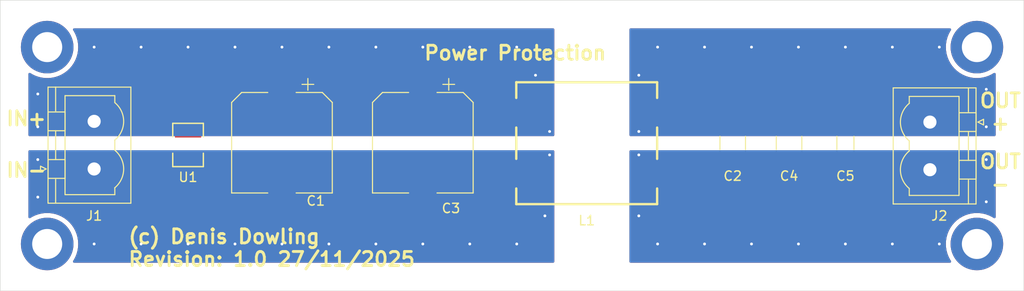
<source format=kicad_pcb>
(kicad_pcb (version 20240108) (generator "pcbnew") (generator_version "8.0")
  (layers (0 "F.Cu" signal) (31 "B.Cu" signal) (34 "B.Paste" user) (35 "F.Paste" user) (36 "B.SilkS" user "B.Silkscreen") (37 "F.SilkS" user "F.Silkscreen") (38 "B.Mask" user) (39 "F.Mask" user) (44 "Edge.Cuts" user))
  (net 0 "")
  (net 1 "Net-(J1-Pin_2)")
  (net 2 "Net-(J1-Pin_1)")
  (net 3 "Net-(J2-Pin_1)")
  (net 4 "Net-(J2-Pin_2)")
  (footprint "Capacitor_SMD:C_1210_3225Metric" (layer "F.Cu") (at 134 65.225 -90)
    (property "Reference" "C4" (at 3.525 0 180) (layer "F.SilkS"))
    (property "Value" "10uF/100VW" (hide yes))
    (fp_line (start -0.711252 1.36) (end 0.711252 1.36) (stroke (width 0.12)) (layer "F.SilkS"))
    (fp_line (start -0.711252 -1.36) (end 0.711252 -1.36) (stroke (width 0.12)) (layer "F.SilkS"))
    (pad "1" smd roundrect (at -1.475 0 270) (size 1.15 2.7) (layers "F.Cu" "F.Paste" "F.Mask") (roundrect_rratio 0.217391) (net 3 "Net-(J2-Pin_1)"))
    (pad "2" smd roundrect (at 1.475 0 270) (size 1.15 2.7) (layers "F.Cu" "F.Paste" "F.Mask") (roundrect_rratio 0.217391) (net 4 "Net-(J2-Pin_2)"))
  )
  (footprint "Capacitor_SMD:CP_Elec_10x10.5" (layer "F.Cu") (at 80 65.2 -90)
    (property "Reference" "C1" (at 6.2 -3.6 180) (layer "F.SilkS"))
    (property "Value" "56uF/80VW" (hide yes))
    (fp_line (start -4.295563 5.36) (end 5.36 5.36) (stroke (width 0.12)) (layer "F.SilkS"))
    (fp_line (start 5.36 5.36) (end 5.36 1.51) (stroke (width 0.12)) (layer "F.SilkS"))
    (fp_line (start -5.36 4.295563) (end -4.295563 5.36) (stroke (width 0.12)) (layer "F.SilkS"))
    (fp_line (start -5.36 4.295563) (end -5.36 1.51) (stroke (width 0.12)) (layer "F.SilkS"))
    (fp_line (start -6.85 -2.76) (end -5.6 -2.76) (stroke (width 0.12)) (layer "F.SilkS"))
    (fp_line (start -6.225 -3.385) (end -6.225 -2.135) (stroke (width 0.12)) (layer "F.SilkS"))
    (fp_line (start -5.36 -4.295563) (end -5.36 -1.51) (stroke (width 0.12)) (layer "F.SilkS"))
    (fp_line (start -5.36 -4.295563) (end -4.295563 -5.36) (stroke (width 0.12)) (layer "F.SilkS"))
    (fp_line (start -4.295563 -5.36) (end 5.36 -5.36) (stroke (width 0.12)) (layer "F.SilkS"))
    (fp_line (start 5.36 -5.36) (end 5.36 -1.51) (stroke (width 0.12)) (layer "F.SilkS"))
    (pad "1" smd roundrect (at -4.2 0 270) (size 4.4 2.5) (layers "F.Cu" "F.Paste" "F.Mask") (roundrect_rratio 0.1) (net 1 "Net-(J1-Pin_2)"))
    (pad "2" smd roundrect (at 4.2 0 270) (size 4.4 2.5) (layers "F.Cu" "F.Paste" "F.Mask") (roundrect_rratio 0.1) (net 2 "Net-(J1-Pin_1)"))
  )
  (footprint "MountingHole:MountingHole_3.2mm_M3_DIN965_Pad" (layer "F.Cu") (at 154 76)
    (property "Reference" "H4" (hide yes))
    (property "Value" "MountingHole" (hide yes))
    (pad "1" thru_hole circle (at 0 0) (size 5.6 5.6) (drill 3.2) (layers "*.Cu" "*.Mask"))
  )
  (footprint "Capacitor_SMD:C_1206_3216Metric" (layer "F.Cu") (at 140 65.225 -90)
    (property "Reference" "C5" (at 3.525 0 180) (layer "F.SilkS"))
    (property "Value" "100nF/100VW" (hide yes))
    (fp_line (start -0.711252 0.91) (end 0.711252 0.91) (stroke (width 0.12)) (layer "F.SilkS"))
    (fp_line (start -0.711252 -0.91) (end 0.711252 -0.91) (stroke (width 0.12)) (layer "F.SilkS"))
    (pad "1" smd roundrect (at -1.475 0 270) (size 1.15 1.8) (layers "F.Cu" "F.Paste" "F.Mask") (roundrect_rratio 0.217391) (net 3 "Net-(J2-Pin_1)"))
    (pad "2" smd roundrect (at 1.475 0 270) (size 1.15 1.8) (layers "F.Cu" "F.Paste" "F.Mask") (roundrect_rratio 0.217391) (net 4 "Net-(J2-Pin_2)"))
  )
  (footprint "Capacitor_SMD:CP_Elec_10x10.5" (layer "F.Cu") (at 95 65.2 -90)
    (property "Reference" "C3" (at 7 -3 180) (layer "F.SilkS"))
    (property "Value" "56uF/80VW" (hide yes))
    (fp_line (start -4.295563 5.36) (end 5.36 5.36) (stroke (width 0.12)) (layer "F.SilkS"))
    (fp_line (start 5.36 5.36) (end 5.36 1.51) (stroke (width 0.12)) (layer "F.SilkS"))
    (fp_line (start -5.36 4.295563) (end -4.295563 5.36) (stroke (width 0.12)) (layer "F.SilkS"))
    (fp_line (start -5.36 4.295563) (end -5.36 1.51) (stroke (width 0.12)) (layer "F.SilkS"))
    (fp_line (start -6.85 -2.76) (end -5.6 -2.76) (stroke (width 0.12)) (layer "F.SilkS"))
    (fp_line (start -6.225 -3.385) (end -6.225 -2.135) (stroke (width 0.12)) (layer "F.SilkS"))
    (fp_line (start -5.36 -4.295563) (end -5.36 -1.51) (stroke (width 0.12)) (layer "F.SilkS"))
    (fp_line (start -5.36 -4.295563) (end -4.295563 -5.36) (stroke (width 0.12)) (layer "F.SilkS"))
    (fp_line (start -4.295563 -5.36) (end 5.36 -5.36) (stroke (width 0.12)) (layer "F.SilkS"))
    (fp_line (start 5.36 -5.36) (end 5.36 -1.51) (stroke (width 0.12)) (layer "F.SilkS"))
    (pad "1" smd roundrect (at -4.2 0 270) (size 4.4 2.5) (layers "F.Cu" "F.Paste" "F.Mask") (roundrect_rratio 0.1) (net 1 "Net-(J1-Pin_2)"))
    (pad "2" smd roundrect (at 4.2 0 270) (size 4.4 2.5) (layers "F.Cu" "F.Paste" "F.Mask") (roundrect_rratio 0.1) (net 2 "Net-(J1-Pin_1)"))
  )
  (footprint "protection:R1210" (layer "F.Cu") (at 70 65.44 90)
    (property "Reference" "U1" (at -3.44 0 180) (layer "F.SilkS"))
    (property "Value" "RL1210A390K" (hide yes))
    (fp_line (start 2.31 -1.63) (end 0.88 -1.63) (stroke (width 0.15)) (layer "F.SilkS"))
    (fp_line (start -2.31 -1.63) (end -0.88 -1.63) (stroke (width 0.15)) (layer "F.SilkS"))
    (fp_line (start 2.31 1.63) (end 2.31 -1.63) (stroke (width 0.15)) (layer "F.SilkS"))
    (fp_line (start 0.88 1.63) (end 2.31 1.63) (stroke (width 0.15)) (layer "F.SilkS"))
    (fp_line (start -0.88 1.63) (end -2.31 1.63) (stroke (width 0.15)) (layer "F.SilkS"))
    (fp_line (start -2.31 1.63) (end -2.31 -1.63) (stroke (width 0.15)) (layer "F.SilkS"))
    (pad "1" smd rect (at -1.44 0 90) (size 1.28 2.81) (layers "F.Cu" "F.Paste" "F.Mask") (net 2 "Net-(J1-Pin_1)"))
    (pad "2" smd rect (at 1.44 0 90) (size 1.28 2.81) (layers "F.Cu" "F.Paste" "F.Mask") (net 1 "Net-(J1-Pin_2)"))
  )
  (footprint "Connector_Phoenix_MSTB:PhoenixContact_MSTBVA_2,5_2-G-5,08_1x02_P5.08mm_Vertical" (layer "F.Cu") (at 149 63 -90)
    (property "Reference" "J2" (at 10 -1 180) (layer "F.SilkS"))
    (property "Value" "Conn_01x02" (hide yes))
    (fp_line (start -3.65 3.91) (end 8.73 3.91) (stroke (width 0.12)) (layer "F.SilkS"))
    (fp_line (start 8.73 3.91) (end 8.73 -4.91) (stroke (width 0.12)) (layer "F.SilkS"))
    (fp_line (start -2.74 2.2) (end -2.74 -3.1) (stroke (width 0.12)) (layer "F.SilkS"))
    (fp_line (start -2 2.2) (end -2.74 2.2) (stroke (width 0.12)) (layer "F.SilkS"))
    (fp_line (start 2 2.2) (end 3.08 2.2) (stroke (width 0.12)) (layer "F.SilkS"))
    (fp_line (start 7.82 2.2) (end 7.08 2.2) (stroke (width 0.12)) (layer "F.SilkS"))
    (fp_line (start -2.74 -3.1) (end 7.82 -3.1) (stroke (width 0.12)) (layer "F.SilkS"))
    (fp_line (start -1 -3.1) (end -1 -4.91) (stroke (width 0.12)) (layer "F.SilkS"))
    (fp_line (start 1 -3.1) (end -1 -3.1) (stroke (width 0.12)) (layer "F.SilkS"))
    (fp_line (start 4.08 -3.1) (end 4.08 -4.91) (stroke (width 0.12)) (layer "F.SilkS"))
    (fp_line (start 6.08 -3.1) (end 4.08 -3.1) (stroke (width 0.12)) (layer "F.SilkS"))
    (fp_line (start 7.82 -3.1) (end 7.82 2.2) (stroke (width 0.12)) (layer "F.SilkS"))
    (fp_line (start -3.65 -4.1) (end -1.11 -4.1) (stroke (width 0.12)) (layer "F.SilkS"))
    (fp_line (start 1 -4.1) (end 4.08 -4.1) (stroke (width 0.12)) (layer "F.SilkS"))
    (fp_line (start 8.73 -4.1) (end 6.19 -4.1) (stroke (width 0.12)) (layer "F.SilkS"))
    (fp_line (start -3.65 -4.91) (end -3.65 3.91) (stroke (width 0.12)) (layer "F.SilkS"))
    (fp_line (start -1 -4.91) (end 1 -4.91) (stroke (width 0.12)) (layer "F.SilkS"))
    (fp_line (start 1 -4.91) (end 1 -3.1) (stroke (width 0.12)) (layer "F.SilkS"))
    (fp_line (start 4.08 -4.91) (end 6.08 -4.91) (stroke (width 0.12)) (layer "F.SilkS"))
    (fp_line (start 6.08 -4.91) (end 6.08 -3.1) (stroke (width 0.12)) (layer "F.SilkS"))
    (fp_line (start 8.73 -4.91) (end -3.65 -4.91) (stroke (width 0.12)) (layer "F.SilkS"))
    (fp_line (start 0 -5.11) (end -0.3 -5.71) (stroke (width 0.12)) (layer "F.SilkS"))
    (fp_line (start -0.3 -5.71) (end 0.3 -5.71) (stroke (width 0.12)) (layer "F.SilkS"))
    (fp_line (start 0.3 -5.71) (end 0 -5.11) (stroke (width 0.12)) (layer "F.SilkS"))
    (fp_arc (start 1.986842 2.215821) (mid -0.010289 3.142758) (end -2 2.2) (stroke (width 0.12)) (layer "F.SilkS"))
    (fp_arc (start 7.066842 2.215821) (mid 5.069711 3.142758) (end 3.08 2.2) (stroke (width 0.12)) (layer "F.SilkS"))
    (pad "1" thru_hole roundrect (at 0 0 270) (size 2.08 3.6) (drill 1.4) (layers "*.Cu" "*.Mask") (roundrect_rratio 0.120192) (net 3 "Net-(J2-Pin_1)"))
    (pad "2" thru_hole oval (at 5.08 0 270) (size 2.08 3.6) (drill 1.4) (layers "*.Cu" "*.Mask") (net 4 "Net-(J2-Pin_2)"))
  )
  (footprint "MountingHole:MountingHole_3.2mm_M3_DIN965_Pad" (layer "F.Cu") (at 154 55)
    (property "Reference" "H3" (hide yes))
    (property "Value" "MountingHole" (hide yes))
    (pad "1" thru_hole circle (at 0 0) (size 5.6 5.6) (drill 3.2) (layers "*.Cu" "*.Mask"))
  )
  (footprint "protection:FILTER-SMD_4P-L15.0-W13.0-BL" (layer "F.Cu") (at 112.45 65.25)
    (property "Reference" "L1" (at 0 8.25 0) (layer "F.SilkS"))
    (property "Value" "ACM1513-551-2PL-TLHF" (hide yes))
    (fp_line (start -7.5 -6.5) (end 7.5 -6.5) (stroke (width 0.25)) (layer "F.SilkS"))
    (fp_line (start -7.5 -4.83) (end -7.5 -6.5) (stroke (width 0.25)) (layer "F.SilkS"))
    (fp_line (start -7.5 1.67) (end -7.5 -1.67) (stroke (width 0.25)) (layer "F.SilkS"))
    (fp_line (start -7.5 6.5) (end -7.5 4.83) (stroke (width 0.25)) (layer "F.SilkS"))
    (fp_line (start 7.5 -6.5) (end 7.5 -4.83) (stroke (width 0.25)) (layer "F.SilkS"))
    (fp_line (start 7.5 -1.67) (end 7.5 1.67) (stroke (width 0.25)) (layer "F.SilkS"))
    (fp_line (start 7.5 4.83) (end 7.5 6.5) (stroke (width 0.25)) (layer "F.SilkS"))
    (fp_line (start 7.5 6.5) (end -7.5 6.5) (stroke (width 0.25)) (layer "F.SilkS"))
    (pad "1" smd rect (at -6.45 -3.25) (size 3.3 2.7) (layers "F.Cu" "F.Paste" "F.Mask") (net 1 "Net-(J1-Pin_2)"))
    (pad "2" smd rect (at -6.45 3.25) (size 3.3 2.7) (layers "F.Cu" "F.Paste" "F.Mask") (net 2 "Net-(J1-Pin_1)"))
    (pad "3" smd rect (at 6.45 3.25) (size 3.3 2.7) (layers "F.Cu" "F.Paste" "F.Mask") (net 4 "Net-(J2-Pin_2)"))
    (pad "4" smd rect (at 6.45 -3.25) (size 3.3 2.7) (layers "F.Cu" "F.Paste" "F.Mask") (net 3 "Net-(J2-Pin_1)"))
  )
  (footprint "MountingHole:MountingHole_3.2mm_M3_DIN965_Pad" (layer "F.Cu") (at 55 76)
    (property "Reference" "H2" (hide yes))
    (property "Value" "MountingHole" (hide yes))
    (pad "1" thru_hole circle (at 0 0) (size 5.6 5.6) (drill 3.2) (layers "*.Cu" "*.Mask"))
  )
  (footprint "MountingHole:MountingHole_3.2mm_M3_DIN965_Pad" (layer "F.Cu") (at 55 55)
    (property "Reference" "H1" (hide yes))
    (property "Value" "MountingHole" (hide yes))
    (pad "1" thru_hole circle (at 0 0) (size 5.6 5.6) (drill 3.2) (layers "*.Cu" "*.Mask"))
  )
  (footprint "Capacitor_SMD:C_1210_3225Metric" (layer "F.Cu") (at 128 65.225 -90)
    (property "Reference" "C2" (at 3.525 0 180) (layer "F.SilkS"))
    (property "Value" "10uF/100VW" (hide yes))
    (fp_line (start -0.711252 1.36) (end 0.711252 1.36) (stroke (width 0.12)) (layer "F.SilkS"))
    (fp_line (start -0.711252 -1.36) (end 0.711252 -1.36) (stroke (width 0.12)) (layer "F.SilkS"))
    (pad "1" smd roundrect (at -1.475 0 270) (size 1.15 2.7) (layers "F.Cu" "F.Paste" "F.Mask") (roundrect_rratio 0.217391) (net 3 "Net-(J2-Pin_1)"))
    (pad "2" smd roundrect (at 1.475 0 270) (size 1.15 2.7) (layers "F.Cu" "F.Paste" "F.Mask") (roundrect_rratio 0.217391) (net 4 "Net-(J2-Pin_2)"))
  )
  (footprint "Connector_Phoenix_MSTB:PhoenixContact_MSTBVA_2,5_2-G-5,08_1x02_P5.08mm_Vertical" (layer "F.Cu") (at 60 68 90)
    (property "Reference" "J1" (at -5 0 180) (layer "F.SilkS"))
    (property "Value" "Conn_01x02" (hide yes))
    (fp_line (start 0.3 -5.71) (end 0 -5.11) (stroke (width 0.12)) (layer "F.SilkS"))
    (fp_line (start -0.3 -5.71) (end 0.3 -5.71) (stroke (width 0.12)) (layer "F.SilkS"))
    (fp_line (start 0 -5.11) (end -0.3 -5.71) (stroke (width 0.12)) (layer "F.SilkS"))
    (fp_line (start 8.73 -4.91) (end -3.65 -4.91) (stroke (width 0.12)) (layer "F.SilkS"))
    (fp_line (start 6.08 -4.91) (end 6.08 -3.1) (stroke (width 0.12)) (layer "F.SilkS"))
    (fp_line (start 4.08 -4.91) (end 6.08 -4.91) (stroke (width 0.12)) (layer "F.SilkS"))
    (fp_line (start 1 -4.91) (end 1 -3.1) (stroke (width 0.12)) (layer "F.SilkS"))
    (fp_line (start -1 -4.91) (end 1 -4.91) (stroke (width 0.12)) (layer "F.SilkS"))
    (fp_line (start -3.65 -4.91) (end -3.65 3.91) (stroke (width 0.12)) (layer "F.SilkS"))
    (fp_line (start 8.73 -4.1) (end 6.19 -4.1) (stroke (width 0.12)) (layer "F.SilkS"))
    (fp_line (start 1 -4.1) (end 4.08 -4.1) (stroke (width 0.12)) (layer "F.SilkS"))
    (fp_line (start -3.65 -4.1) (end -1.11 -4.1) (stroke (width 0.12)) (layer "F.SilkS"))
    (fp_line (start 7.82 -3.1) (end 7.82 2.2) (stroke (width 0.12)) (layer "F.SilkS"))
    (fp_line (start 6.08 -3.1) (end 4.08 -3.1) (stroke (width 0.12)) (layer "F.SilkS"))
    (fp_line (start 4.08 -3.1) (end 4.08 -4.91) (stroke (width 0.12)) (layer "F.SilkS"))
    (fp_line (start 1 -3.1) (end -1 -3.1) (stroke (width 0.12)) (layer "F.SilkS"))
    (fp_line (start -1 -3.1) (end -1 -4.91) (stroke (width 0.12)) (layer "F.SilkS"))
    (fp_line (start -2.74 -3.1) (end 7.82 -3.1) (stroke (width 0.12)) (layer "F.SilkS"))
    (fp_line (start 7.82 2.2) (end 7.08 2.2) (stroke (width 0.12)) (layer "F.SilkS"))
    (fp_line (start 2 2.2) (end 3.08 2.2) (stroke (width 0.12)) (layer "F.SilkS"))
    (fp_line (start -2 2.2) (end -2.74 2.2) (stroke (width 0.12)) (layer "F.SilkS"))
    (fp_line (start -2.74 2.2) (end -2.74 -3.1) (stroke (width 0.12)) (layer "F.SilkS"))
    (fp_line (start 8.73 3.91) (end 8.73 -4.91) (stroke (width 0.12)) (layer "F.SilkS"))
    (fp_line (start -3.65 3.91) (end 8.73 3.91) (stroke (width 0.12)) (layer "F.SilkS"))
    (fp_arc (start 7.066842 2.215821) (mid 5.069711 3.142758) (end 3.08 2.2) (stroke (width 0.12)) (layer "F.SilkS"))
    (fp_arc (start 1.986842 2.215821) (mid -0.010289 3.142758) (end -2 2.2) (stroke (width 0.12)) (layer "F.SilkS"))
    (pad "1" thru_hole roundrect (at 0 0 90) (size 2.08 3.6) (drill 1.4) (layers "*.Cu" "*.Mask") (roundrect_rratio 0.120192) (net 2 "Net-(J1-Pin_1)"))
    (pad "2" thru_hole oval (at 5.08 0 90) (size 2.08 3.6) (drill 1.4) (layers "*.Cu" "*.Mask") (net 1 "Net-(J1-Pin_2)"))
  )
  (gr_line (start 50 50) (end 159 50) (stroke (width 0.05)) (layer "Edge.Cuts"))
  (gr_line (start 50 81) (end 50 50) (stroke (width 0.05)) (layer "Edge.Cuts"))
  (gr_line (start 159 81) (end 50 81) (stroke (width 0.05)) (layer "Edge.Cuts"))
  (gr_line (start 159 50) (end 159 81) (stroke (width 0.05)) (layer "Edge.Cuts"))
  (gr_text "OUT\n+" (at 156.5 64 0) (layer "F.SilkS") (effects (font (size 1.5 1.5) (thickness 0.3) (bold yes)) (justify bottom)))
  (gr_text "Power Protection" (at 95 56.5 0) (layer "F.SilkS") (effects (font (size 1.5 1.5) (thickness 0.3) (bold yes)) (justify left bottom)))
  (gr_text "OUT\n-" (at 156.5 70.5 0) (layer "F.SilkS") (effects (font (size 1.5 1.5) (thickness 0.3) (bold yes)) (justify bottom)))
  (gr_text "IN+" (at 50.5 63.5 0) (layer "F.SilkS") (effects (font (size 1.5 1.5) (thickness 0.3) (bold yes)) (justify left bottom)))
  (gr_text "(c) Denis Dowling\nRevision: 1.0 27/11/2025" (at 63.5 78.5 0) (layer "F.SilkS") (effects (font (size 1.5 1.5) (thickness 0.3) (bold yes)) (justify left bottom)))
  (gr_text "IN-" (at 50.5 69 0) (layer "F.SilkS") (effects (font (size 1.5 1.5) (thickness 0.3) (bold yes)) (justify left bottom)))
  (via (at 105 55) (size 0.6) (drill 0.3) (layers "F.Cu" "B.Cu") (net 1))
  (via (at 85 55) (size 0.6) (drill 0.3) (layers "F.Cu" "B.Cu") (net 1))
  (via (at 107 58) (size 0.6) (drill 0.3) (layers "F.Cu" "B.Cu") (net 1))
  (via (at 100 55) (size 0.6) (drill 0.3) (layers "F.Cu" "B.Cu") (net 1))
  (via (at 90 55) (size 0.6) (drill 0.3) (layers "F.Cu" "B.Cu") (net 1))
  (via (at 95 55) (size 0.6) (drill 0.3) (layers "F.Cu" "B.Cu") (net 1))
  (via (at 54 60) (size 0.6) (drill 0.3) (layers "F.Cu" "B.Cu") (net 1))
  (via (at 60 55) (size 0.6) (drill 0.3) (layers "F.Cu" "B.Cu") (net 1))
  (via (at 65 55) (size 0.6) (drill 0.3) (layers "F.Cu" "B.Cu") (net 1))
  (via (at 80 55) (size 0.6) (drill 0.3) (layers "F.Cu" "B.Cu") (net 1))
  (via (at 75 55) (size 0.6) (drill 0.3) (layers "F.Cu" "B.Cu") (net 1))
  (via (at 54 63.5) (size 0.6) (drill 0.3) (layers "F.Cu" "B.Cu") (net 1))
  (via (at 108.5 64) (size 0.6) (drill 0.3) (layers "F.Cu" "B.Cu") (net 1))
  (via (at 70 55) (size 0.6) (drill 0.3) (layers "F.Cu" "B.Cu") (net 1))
  (via (at 95 76) (size 0.6) (drill 0.3) (layers "F.Cu" "B.Cu") (net 2))
  (via (at 80 76) (size 0.6) (drill 0.3) (layers "F.Cu" "B.Cu") (net 2))
  (via (at 54 71) (size 0.6) (drill 0.3) (layers "F.Cu" "B.Cu") (net 2))
  (via (at 65 76) (size 0.6) (drill 0.3) (layers "F.Cu" "B.Cu") (net 2))
  (via (at 108.5 66.5) (size 0.6) (drill 0.3) (layers "F.Cu" "B.Cu") (net 2))
  (via (at 60 76) (size 0.6) (drill 0.3) (layers "F.Cu" "B.Cu") (net 2))
  (via (at 105 76) (size 0.6) (drill 0.3) (layers "F.Cu" "B.Cu") (net 2))
  (via (at 54 67) (size 0.6) (drill 0.3) (layers "F.Cu" "B.Cu") (net 2))
  (via (at 75 76) (size 0.6) (drill 0.3) (layers "F.Cu" "B.Cu") (net 2))
  (via (at 85 76) (size 0.6) (drill 0.3) (layers "F.Cu" "B.Cu") (net 2))
  (via (at 100 76) (size 0.6) (drill 0.3) (layers "F.Cu" "B.Cu") (net 2))
  (via (at 90 76) (size 0.6) (drill 0.3) (layers "F.Cu" "B.Cu") (net 2))
  (via (at 70 76) (size 0.6) (drill 0.3) (layers "F.Cu" "B.Cu") (net 2))
  (via (at 108 73) (size 0.6) (drill 0.3) (layers "F.Cu" "B.Cu") (net 2))
  (via (at 150 55) (size 0.6) (drill 0.3) (layers "F.Cu" "B.Cu") (net 3))
  (via (at 140 55) (size 0.6) (drill 0.3) (layers "F.Cu" "B.Cu") (net 3))
  (via (at 145 55) (size 0.6) (drill 0.3) (layers "F.Cu" "B.Cu") (net 3))
  (via (at 125 55) (size 0.6) (drill 0.3) (layers "F.Cu" "B.Cu") (net 3))
  (via (at 155 63.5) (size 0.6) (drill 0.3) (layers "F.Cu" "B.Cu") (net 3))
  (via (at 155 59.5) (size 0.6) (drill 0.3) (layers "F.Cu" "B.Cu") (net 3))
  (via (at 118 64) (size 0.6) (drill 0.3) (layers "F.Cu" "B.Cu") (net 3))
  (via (at 118 58) (size 0.6) (drill 0.3) (layers "F.Cu" "B.Cu") (net 3))
  (via (at 130 55) (size 0.6) (drill 0.3) (layers "F.Cu" "B.Cu") (net 3))
  (via (at 120 55) (size 0.6) (drill 0.3) (layers "F.Cu" "B.Cu") (net 3))
  (via (at 135 55) (size 0.6) (drill 0.3) (layers "F.Cu" "B.Cu") (net 3))
  (via (at 118 66.5) (size 0.6) (drill 0.3) (layers "F.Cu" "B.Cu") (net 4))
  (via (at 145 76) (size 0.6) (drill 0.3) (layers "F.Cu" "B.Cu") (net 4))
  (via (at 140 76) (size 0.6) (drill 0.3) (layers "F.Cu" "B.Cu") (net 4))
  (via (at 120 76) (size 0.6) (drill 0.3) (layers "F.Cu" "B.Cu") (net 4))
  (via (at 135 76) (size 0.6) (drill 0.3) (layers "F.Cu" "B.Cu") (net 4))
  (via (at 118 73) (size 0.6) (drill 0.3) (layers "F.Cu" "B.Cu") (net 4))
  (via (at 130 76) (size 0.6) (drill 0.3) (layers "F.Cu" "B.Cu") (net 4))
  (via (at 155 71.5) (size 0.6) (drill 0.3) (layers "F.Cu" "B.Cu") (net 4))
  (via (at 150 76) (size 0.6) (drill 0.3) (layers "F.Cu" "B.Cu") (net 4))
  (via (at 155 67) (size 0.6) (drill 0.3) (layers "F.Cu" "B.Cu") (net 4))
  (via (at 125 76) (size 0.6) (drill 0.3) (layers "F.Cu" "B.Cu") (net 4))
  (zone (net 4) (net_name "Net-(J2-Pin_2)") (layers "F&B.Cu") (priority 3) (connect_pads yes (clearance 0.5)) (min_thickness 0.25) (fill yes (thermal_gap 0.5) (thermal_bridge_width 0.5))
    (polygon (pts (xy 117 66) (xy 117 78) (xy 156 78) (xy 156 66)))
  )
  (zone (net 3) (net_name "Net-(J2-Pin_1)") (layers "F&B.Cu") (priority 2) (connect_pads yes (clearance 0.5)) (min_thickness 0.25) (fill yes (thermal_gap 0.5) (thermal_bridge_width 0.5))
    (polygon (pts (xy 117 53) (xy 117 64.5) (xy 156 64.5) (xy 156 53)))
  )
  (zone (net 1) (net_name "Net-(J1-Pin_2)") (layers "F&B.Cu") (connect_pads yes (clearance 0.5)) (min_thickness 0.25) (fill yes (thermal_gap 0.5) (thermal_bridge_width 0.5))
    (polygon (pts (xy 53 53) (xy 53 64.5) (xy 109 64.5) (xy 109 53)))
  )
  (zone (net 2) (net_name "Net-(J1-Pin_1)") (layers "F&B.Cu") (priority 1) (connect_pads yes (clearance 0.5)) (min_thickness 0.25) (fill yes (thermal_gap 0.5) (thermal_bridge_width 0.5))
    (polygon (pts (xy 53 78) (xy 109 78) (xy 109 66) (xy 53 66)))
  )
)
</source>
